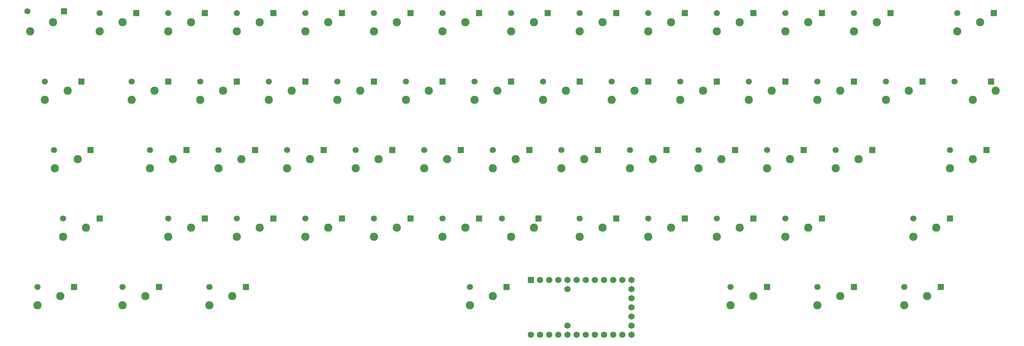
<source format=gbs>
G04 #@! TF.FileFunction,Soldermask,Bot*
%FSLAX46Y46*%
G04 Gerber Fmt 4.6, Leading zero omitted, Abs format (unit mm)*
G04 Created by KiCad (PCBNEW (2015-01-16 BZR 5376)-product) date 17/05/2015 12:40:51*
%MOMM*%
G01*
G04 APERTURE LIST*
%ADD10C,0.100000*%
%ADD11C,1.699260*%
%ADD12R,1.699260X1.699260*%
%ADD13C,2.286000*%
%ADD14R,1.752600X1.752600*%
%ADD15C,1.752600*%
G04 APERTURE END LIST*
D10*
D11*
X275590000Y-135890000D03*
D12*
X285750000Y-135890000D03*
D13*
X281940000Y-138430000D03*
X275590000Y-140970000D03*
D11*
X32004000Y-59182000D03*
D12*
X42164000Y-59182000D03*
D11*
X36830000Y-78740000D03*
D12*
X46990000Y-78740000D03*
D11*
X39370000Y-97790000D03*
D12*
X49530000Y-97790000D03*
D11*
X41910000Y-116840000D03*
D12*
X52070000Y-116840000D03*
D11*
X34798000Y-135890000D03*
D12*
X44958000Y-135890000D03*
D11*
X52070000Y-59690000D03*
D12*
X62230000Y-59690000D03*
D11*
X60960000Y-78740000D03*
D12*
X71120000Y-78740000D03*
D11*
X66040000Y-97790000D03*
D12*
X76200000Y-97790000D03*
D11*
X71120000Y-116840000D03*
D12*
X81280000Y-116840000D03*
D11*
X58420000Y-135890000D03*
D12*
X68580000Y-135890000D03*
D11*
X71120000Y-59690000D03*
D12*
X81280000Y-59690000D03*
D11*
X80010000Y-78740000D03*
D12*
X90170000Y-78740000D03*
D11*
X85090000Y-97790000D03*
D12*
X95250000Y-97790000D03*
D11*
X90170000Y-116840000D03*
D12*
X100330000Y-116840000D03*
D11*
X82550000Y-135890000D03*
D12*
X92710000Y-135890000D03*
D11*
X90170000Y-59690000D03*
D12*
X100330000Y-59690000D03*
D11*
X99060000Y-78740000D03*
D12*
X109220000Y-78740000D03*
D11*
X104140000Y-97790000D03*
D12*
X114300000Y-97790000D03*
D11*
X109220000Y-116840000D03*
D12*
X119380000Y-116840000D03*
D11*
X154940000Y-135890000D03*
D12*
X165100000Y-135890000D03*
D11*
X109220000Y-59690000D03*
D12*
X119380000Y-59690000D03*
D11*
X118110000Y-78740000D03*
D12*
X128270000Y-78740000D03*
D11*
X123190000Y-97790000D03*
D12*
X133350000Y-97790000D03*
D11*
X128270000Y-116840000D03*
D12*
X138430000Y-116840000D03*
D11*
X128270000Y-59690000D03*
D12*
X138430000Y-59690000D03*
D11*
X137160000Y-78740000D03*
D12*
X147320000Y-78740000D03*
D11*
X142240000Y-97790000D03*
D12*
X152400000Y-97790000D03*
D11*
X147320000Y-116840000D03*
D12*
X157480000Y-116840000D03*
D11*
X147320000Y-59690000D03*
D12*
X157480000Y-59690000D03*
D11*
X156210000Y-78740000D03*
D12*
X166370000Y-78740000D03*
D11*
X161290000Y-97790000D03*
D12*
X171450000Y-97790000D03*
D11*
X163830000Y-116840000D03*
D12*
X173990000Y-116840000D03*
D11*
X166370000Y-59690000D03*
D12*
X176530000Y-59690000D03*
D11*
X175260000Y-78740000D03*
D12*
X185420000Y-78740000D03*
D11*
X180340000Y-97790000D03*
D12*
X190500000Y-97790000D03*
D11*
X185420000Y-116840000D03*
D12*
X195580000Y-116840000D03*
D11*
X185420000Y-59690000D03*
D12*
X195580000Y-59690000D03*
D11*
X194310000Y-78740000D03*
D12*
X204470000Y-78740000D03*
D11*
X199390000Y-97790000D03*
D12*
X209550000Y-97790000D03*
D11*
X204470000Y-116840000D03*
D12*
X214630000Y-116840000D03*
D11*
X227330000Y-135890000D03*
D12*
X237490000Y-135890000D03*
D11*
X204470000Y-59690000D03*
D12*
X214630000Y-59690000D03*
D11*
X213360000Y-78740000D03*
D12*
X223520000Y-78740000D03*
D11*
X218440000Y-97790000D03*
D12*
X228600000Y-97790000D03*
D11*
X223520000Y-116840000D03*
D12*
X233680000Y-116840000D03*
D11*
X251460000Y-135890000D03*
D12*
X261620000Y-135890000D03*
D11*
X223520000Y-59690000D03*
D12*
X233680000Y-59690000D03*
D11*
X232410000Y-78740000D03*
D12*
X242570000Y-78740000D03*
D11*
X237490000Y-97790000D03*
D12*
X247650000Y-97790000D03*
D11*
X242570000Y-116840000D03*
D12*
X252730000Y-116840000D03*
D11*
X242570000Y-59690000D03*
D12*
X252730000Y-59690000D03*
D11*
X251460000Y-78740000D03*
D12*
X261620000Y-78740000D03*
D11*
X256540000Y-97790000D03*
D12*
X266700000Y-97790000D03*
D11*
X278130000Y-116840000D03*
D12*
X288290000Y-116840000D03*
D11*
X261620000Y-59690000D03*
D12*
X271780000Y-59690000D03*
D11*
X270510000Y-78740000D03*
D12*
X280670000Y-78740000D03*
D11*
X288290000Y-97790000D03*
D12*
X298450000Y-97790000D03*
D11*
X290322000Y-59690000D03*
D12*
X300482000Y-59690000D03*
D11*
X289560000Y-78740000D03*
D12*
X299720000Y-78740000D03*
D13*
X39116000Y-62230000D03*
X32766000Y-64770000D03*
X58420000Y-62230000D03*
X52070000Y-64770000D03*
X77470000Y-62230000D03*
X71120000Y-64770000D03*
X96520000Y-62230000D03*
X90170000Y-64770000D03*
X115570000Y-62230000D03*
X109220000Y-64770000D03*
X134620000Y-62230000D03*
X128270000Y-64770000D03*
X153670000Y-62230000D03*
X147320000Y-64770000D03*
X172720000Y-62230000D03*
X166370000Y-64770000D03*
X191770000Y-62230000D03*
X185420000Y-64770000D03*
X210820000Y-62230000D03*
X204470000Y-64770000D03*
X229870000Y-62230000D03*
X223520000Y-64770000D03*
X248920000Y-62230000D03*
X242570000Y-64770000D03*
X267970000Y-62230000D03*
X261620000Y-64770000D03*
X296672000Y-62230000D03*
X290322000Y-64770000D03*
X43180000Y-81280000D03*
X36830000Y-83820000D03*
X67310000Y-81280000D03*
X60960000Y-83820000D03*
X86360000Y-81280000D03*
X80010000Y-83820000D03*
X105410000Y-81280000D03*
X99060000Y-83820000D03*
X124460000Y-81280000D03*
X118110000Y-83820000D03*
X143510000Y-81280000D03*
X137160000Y-83820000D03*
X162560000Y-81280000D03*
X156210000Y-83820000D03*
X181610000Y-81280000D03*
X175260000Y-83820000D03*
X200660000Y-81280000D03*
X194310000Y-83820000D03*
X219710000Y-81280000D03*
X213360000Y-83820000D03*
X238760000Y-81280000D03*
X232410000Y-83820000D03*
X257810000Y-81280000D03*
X251460000Y-83820000D03*
X276860000Y-81280000D03*
X270510000Y-83820000D03*
X45974000Y-100330000D03*
X39624000Y-102870000D03*
X72390000Y-100330000D03*
X66040000Y-102870000D03*
X91440000Y-100330000D03*
X85090000Y-102870000D03*
X110490000Y-100330000D03*
X104140000Y-102870000D03*
X129540000Y-100330000D03*
X123190000Y-102870000D03*
X148590000Y-100330000D03*
X142240000Y-102870000D03*
X167640000Y-100330000D03*
X161290000Y-102870000D03*
X186690000Y-100330000D03*
X180340000Y-102870000D03*
X205740000Y-100330000D03*
X199390000Y-102870000D03*
X224790000Y-100330000D03*
X218440000Y-102870000D03*
X243840000Y-100330000D03*
X237490000Y-102870000D03*
X262890000Y-100330000D03*
X256540000Y-102870000D03*
X294640000Y-100330000D03*
X288290000Y-102870000D03*
X48260000Y-119380000D03*
X41910000Y-121920000D03*
X77470000Y-119380000D03*
X71120000Y-121920000D03*
X96520000Y-119380000D03*
X90170000Y-121920000D03*
X115570000Y-119380000D03*
X109220000Y-121920000D03*
X134620000Y-119380000D03*
X128270000Y-121920000D03*
X153670000Y-119380000D03*
X147320000Y-121920000D03*
X172720000Y-119380000D03*
X166370000Y-121920000D03*
X191770000Y-119380000D03*
X185420000Y-121920000D03*
X210820000Y-119380000D03*
X204470000Y-121920000D03*
X229870000Y-119380000D03*
X223520000Y-121920000D03*
X248920000Y-119380000D03*
X242570000Y-121920000D03*
X284480000Y-119380000D03*
X278130000Y-121920000D03*
X41148000Y-138430000D03*
X34798000Y-140970000D03*
X64770000Y-138430000D03*
X58420000Y-140970000D03*
X88900000Y-138430000D03*
X82550000Y-140970000D03*
X161290000Y-138430000D03*
X154940000Y-140970000D03*
X233680000Y-138430000D03*
X227330000Y-140970000D03*
X257810000Y-138430000D03*
X251460000Y-140970000D03*
D14*
X171907200Y-133908800D03*
D15*
X174447200Y-133908800D03*
X176987200Y-133908800D03*
X179527200Y-133908800D03*
X182067200Y-133908800D03*
X184607200Y-133908800D03*
X187147200Y-133908800D03*
X189687200Y-133908800D03*
X192227200Y-133908800D03*
X194767200Y-133908800D03*
X197307200Y-133908800D03*
X199847200Y-133908800D03*
X199847200Y-136448800D03*
X199847200Y-138988800D03*
X199847200Y-141528800D03*
X199847200Y-144068800D03*
X199847200Y-146608800D03*
X199847200Y-149148800D03*
X197307200Y-149148800D03*
X194767200Y-149148800D03*
X192227200Y-149148800D03*
X189687200Y-149148800D03*
X187147200Y-149148800D03*
X184607200Y-149148800D03*
X182067200Y-149148800D03*
X179527200Y-149148800D03*
X176987200Y-149148800D03*
X174447200Y-149148800D03*
X171907200Y-149148800D03*
X182067200Y-146608800D03*
X182067200Y-136448800D03*
D13*
X300990000Y-81280000D03*
X294640000Y-83820000D03*
M02*

</source>
